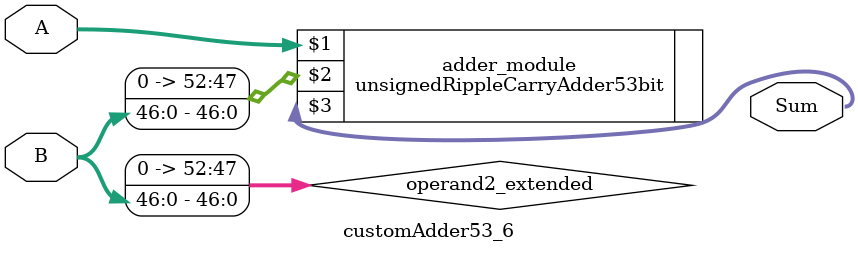
<source format=v>
module customAdder53_6(
                        input [52 : 0] A,
                        input [46 : 0] B,
                        
                        output [53 : 0] Sum
                );

        wire [52 : 0] operand2_extended;
        
        assign operand2_extended =  {6'b0, B};
        
        unsignedRippleCarryAdder53bit adder_module(
            A,
            operand2_extended,
            Sum
        );
        
        endmodule
        
</source>
